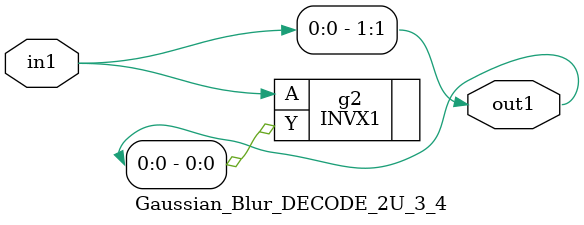
<source format=v>
`timescale 1ps / 1ps


module Gaussian_Blur_DECODE_2U_3_4(in1, out1);
  input in1;
  output [1:0] out1;
  wire in1;
  wire [1:0] out1;
  assign out1[1] = in1;
  INVX1 g2(.A (in1), .Y (out1[0]));
endmodule


</source>
